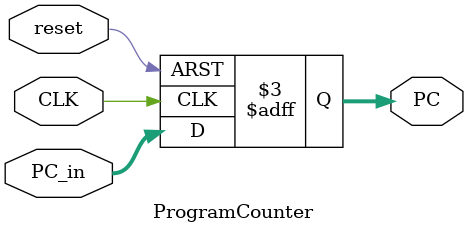
<source format=v>
module ProgramCounter
(
    input   wire            CLK,
    input   wire            reset,
    input   wire   [31:0]   PC_in,
    output  reg    [31:0]   PC
);

always @(posedge CLK , negedge reset)
    begin
        if (~reset)
            begin
                PC <= 32'b0;
            end
        else
            begin
                PC <= PC_in;
            end
    end
endmodule
</source>
